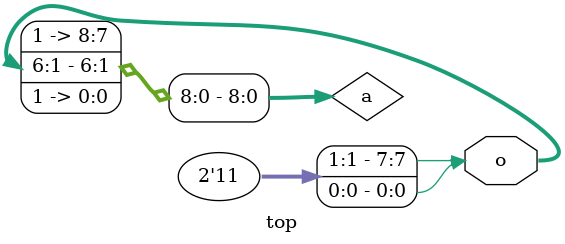
<source format=sv>
/* Generated by Synlig (git sha1 b27efeecd, g++ 12.2.0-14 -fPIC -O3) */

(* top =  1  *)
(* src = "/root/synlig/synlig/tests/simple_tests/PartSelectOfMember/top.sv:1.1-12.10" *)
module top(o);
  (* src = "/root/synlig/synlig/tests/simple_tests/PartSelectOfMember/top.sv:0.0-0.0" *)
  (* unused_bits = "9 10 11 12 13 14 15 16" *)
  (* wiretype = "\\a" *)
  wire [16:0] a;
  (* src = "/root/synlig/synlig/tests/simple_tests/PartSelectOfMember/top.sv:1.31-1.32" *)
  output [7:0] o;
  wire [7:0] o;
  assign a[8:0] = { 2'h3, o[6:1], 1'h1 };
  assign { o[7], o[0] } = 2'h3;
endmodule

</source>
